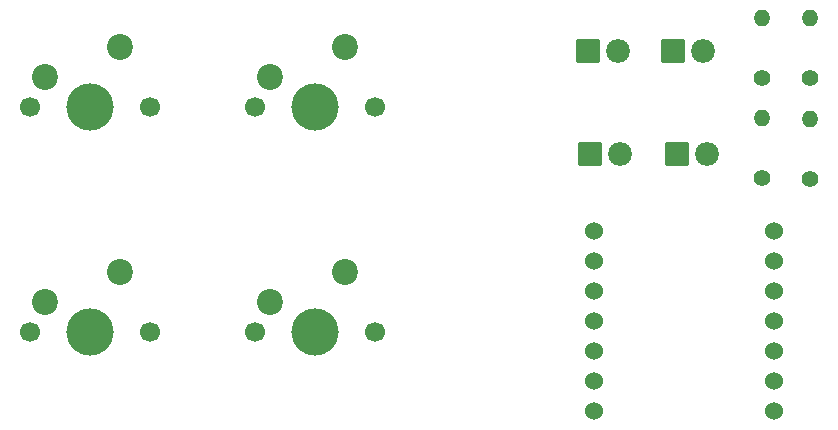
<source format=gbs>
%TF.GenerationSoftware,KiCad,Pcbnew,8.0.7*%
%TF.CreationDate,2025-06-28T19:36:39+10:00*%
%TF.ProjectId,fidget,66696467-6574-42e6-9b69-6361645f7063,rev?*%
%TF.SameCoordinates,Original*%
%TF.FileFunction,Soldermask,Bot*%
%TF.FilePolarity,Negative*%
%FSLAX46Y46*%
G04 Gerber Fmt 4.6, Leading zero omitted, Abs format (unit mm)*
G04 Created by KiCad (PCBNEW 8.0.7) date 2025-06-28 19:36:39*
%MOMM*%
%LPD*%
G01*
G04 APERTURE LIST*
G04 Aperture macros list*
%AMRoundRect*
0 Rectangle with rounded corners*
0 $1 Rounding radius*
0 $2 $3 $4 $5 $6 $7 $8 $9 X,Y pos of 4 corners*
0 Add a 4 corners polygon primitive as box body*
4,1,4,$2,$3,$4,$5,$6,$7,$8,$9,$2,$3,0*
0 Add four circle primitives for the rounded corners*
1,1,$1+$1,$2,$3*
1,1,$1+$1,$4,$5*
1,1,$1+$1,$6,$7*
1,1,$1+$1,$8,$9*
0 Add four rect primitives between the rounded corners*
20,1,$1+$1,$2,$3,$4,$5,0*
20,1,$1+$1,$4,$5,$6,$7,0*
20,1,$1+$1,$6,$7,$8,$9,0*
20,1,$1+$1,$8,$9,$2,$3,0*%
G04 Aperture macros list end*
%ADD10C,1.700000*%
%ADD11C,4.000000*%
%ADD12C,2.200000*%
%ADD13C,1.400000*%
%ADD14O,1.400000X1.400000*%
%ADD15C,2.019000*%
%ADD16RoundRect,0.102000X-0.907500X-0.907500X0.907500X-0.907500X0.907500X0.907500X-0.907500X0.907500X0*%
%ADD17C,1.524000*%
G04 APERTURE END LIST*
D10*
%TO.C,SW1*%
X90487500Y-80962500D03*
D11*
X95567500Y-80962500D03*
D10*
X100647500Y-80962500D03*
D12*
X98107500Y-75882500D03*
X91757500Y-78422500D03*
%TD*%
D13*
%TO.C,R3*%
X156501250Y-78540000D03*
D14*
X156501250Y-73460000D03*
%TD*%
D13*
%TO.C,R1*%
X152501250Y-78540000D03*
D14*
X152501250Y-73460000D03*
%TD*%
D15*
%TO.C,D2*%
X147501250Y-76200000D03*
D16*
X144961250Y-76200000D03*
%TD*%
D15*
%TO.C,D1*%
X140270000Y-76200000D03*
D16*
X137730000Y-76200000D03*
%TD*%
D17*
%TO.C,U1*%
X153501250Y-106700000D03*
X153501250Y-104160000D03*
X153501250Y-101620000D03*
X153501250Y-99080000D03*
X153501250Y-96540000D03*
X153501250Y-94000000D03*
X153501250Y-91460000D03*
X138261250Y-91460000D03*
X138261250Y-94000000D03*
X138261250Y-96540000D03*
X138261250Y-99080000D03*
X138261250Y-101620000D03*
X138261250Y-104160000D03*
X138261250Y-106700000D03*
%TD*%
D10*
%TO.C,SW4*%
X109537500Y-100012500D03*
D11*
X114617500Y-100012500D03*
D10*
X119697500Y-100012500D03*
D12*
X117157500Y-94932500D03*
X110807500Y-97472500D03*
%TD*%
D13*
%TO.C,R2*%
X152501250Y-87000000D03*
D14*
X152501250Y-81920000D03*
%TD*%
D15*
%TO.C,D3*%
X140400000Y-85000000D03*
D16*
X137860000Y-85000000D03*
%TD*%
D10*
%TO.C,SW3*%
X90487500Y-100012500D03*
D11*
X95567500Y-100012500D03*
D10*
X100647500Y-100012500D03*
D12*
X98107500Y-94932500D03*
X91757500Y-97472500D03*
%TD*%
D10*
%TO.C,SW2*%
X109537500Y-80962500D03*
D11*
X114617500Y-80962500D03*
D10*
X119697500Y-80962500D03*
D12*
X117157500Y-75882500D03*
X110807500Y-78422500D03*
%TD*%
D15*
%TO.C,D4*%
X147770000Y-85000000D03*
D16*
X145230000Y-85000000D03*
%TD*%
D13*
%TO.C,R4*%
X156501250Y-87040000D03*
D14*
X156501250Y-81960000D03*
%TD*%
M02*

</source>
